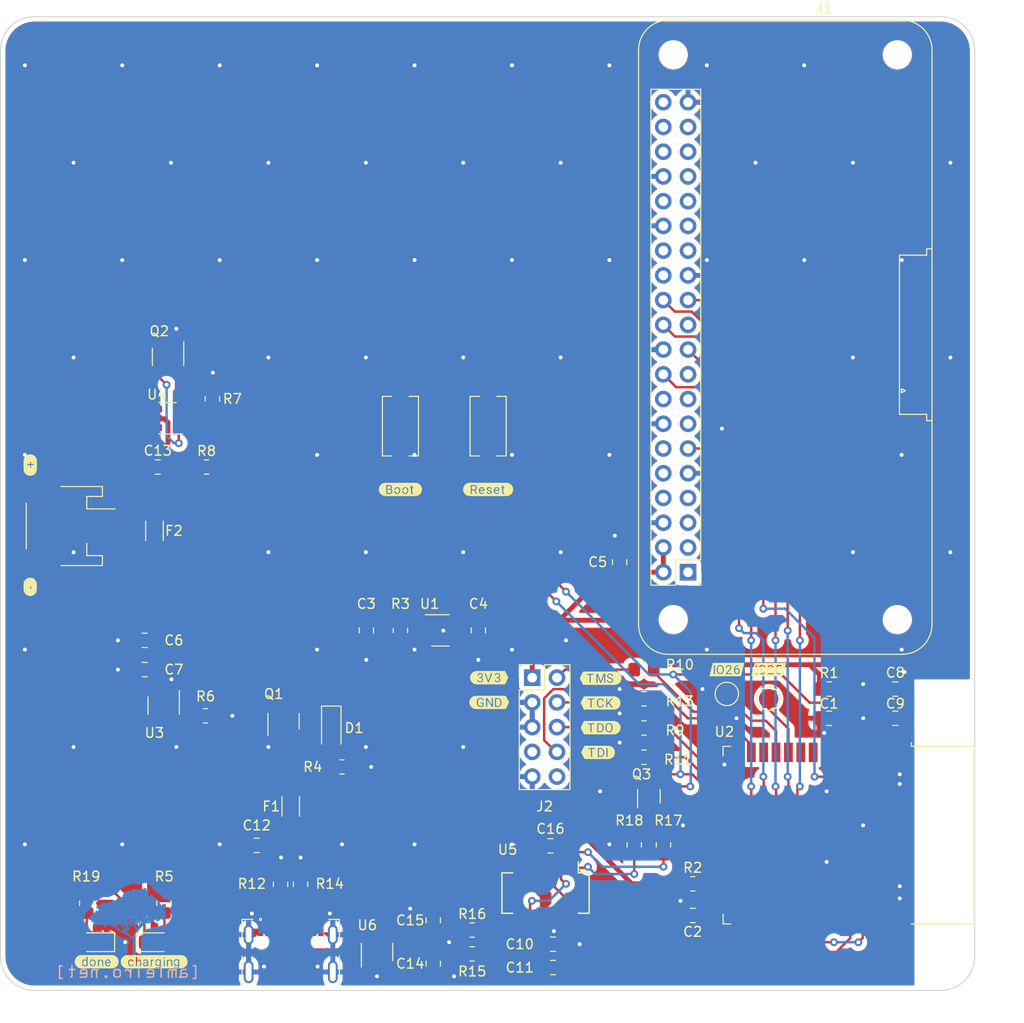
<source format=kicad_pcb>
(kicad_pcb (version 20210126) (generator pcbnew)
  (layers (0 "F.Cu" signal) (31 "B.Cu" signal) (34 "B.Paste" user) (35 "F.Paste" user) (36 "B.SilkS" user "B.Silkscreen") (37 "F.SilkS" user "F.Silkscreen") (38 "B.Mask" user) (39 "F.Mask" user) (44 "Edge.Cuts" user))
  (net 0 "")
  (net 1 "Net-(BT1-Pad2)")
  (net 2 "Net-(BT1-Pad1)")
  (net 3 "GND")
  (net 4 "ESP_EN")
  (net 5 "ESP_BOOT")
  (net 6 "VCC")
  (net 7 "+3V3")
  (net 8 "+BATT")
  (net 9 "+5V")
  (net 10 "Net-(C12-Pad1)")
  (net 11 "Net-(C13-Pad2)")
  (net 12 "/D-")
  (net 13 "/D+")
  (net 14 "Net-(C16-Pad1)")
  (net 15 "Net-(D2-Pad2)")
  (net 16 "Net-(D2-Pad1)")
  (net 17 "Net-(D3-Pad2)")
  (net 30 "EPD_CS")
  (net 31 "EPD_CLK")
  (net 32 "EPD_DC")
  (net 34 "EPD_DIN")
  (net 35 "EPD_BUSY")
  (net 41 "EPD_RST")
  (net 49 "Net-(J2-Pad8)")
  (net 51 "Net-(J2-Pad6)")
  (net 52 "Net-(J2-Pad4)")
  (net 53 "Net-(J2-Pad2)")
  (net 55 "Net-(J3-PadB5)")
  (net 57 "Net-(J3-PadA5)")
  (net 58 "Net-(Q2-Pad2)")
  (net 59 "Net-(Q2-Pad6)")
  (net 60 "Net-(Q2-Pad4)")
  (net 61 "Net-(Q3-Pad2)")
  (net 62 "Net-(Q3-Pad5)")
  (net 63 "RTS")
  (net 64 "DTR")
  (net 65 "Net-(R3-Pad2)")
  (net 66 "Net-(R6-Pad1)")
  (net 67 "Net-(R7-Pad2)")
  (net 68 "MTCK")
  (net 69 "MTMS")
  (net 70 "MTDO")
  (net 71 "MTDI")
  (net 72 "/USBD-")
  (net 73 "/USBD+")
  (net 74 "Net-(TP6-Pad1)")
  (net 75 "Net-(TP7-Pad1)")
  (net 82 "ESP_TX")
  (net 83 "ESP_RX")
  (footprint "Resistor_SMD:R_0805_2012Metric_Pad1.20x1.40mm_HandSolder" (layer "F.Cu") (at 165 137 -90)
    (fp_text reference "R18")
    (fp_text value "10kΩ")
  )
  (footprint "Package_TO_SOT_SMD:SOT-23-6" (layer "F.Cu") (at 138.6 148.002479 90)
    (fp_text reference "U6")
    (fp_text value "SRV05-4HTG-D")
  )
  (footprint "Amieiro:url_bsilks" (layer "F.Cu") (at 112.988912 150)
    (fp_text reference "Ref**" hide)
    (fp_text value "Val**" hide)
  )
  (footprint "buzzardLabel" (layer "F.Cu") (at 150.114 122.371005)
    (fp_text reference "")
    (fp_text value "")
  )
  (footprint "buzzardLabel" (layer "F.Cu") (at 103 98 -90)
    (fp_text reference "")
    (fp_text value "")
  )
  (footprint "buzzardLabel" (layer "F.Cu") (at 150 100.5)
    (fp_text reference "")
    (fp_text value "")
  )
  (footprint "Resistor_SMD:R_0805_2012Metric_Pad1.20x1.40mm_HandSolder" (layer "F.Cu") (at 121 123.75)
    (fp_text reference "R6")
    (fp_text value "2kΩ")
  )
  (footprint "buzzardLabel" (layer "F.Cu") (at 115.7275 149)
    (fp_text reference "")
    (fp_text value "")
  )
  (footprint "Resistor_SMD:R_0805_2012Metric_Pad1.20x1.40mm_HandSolder" (layer "F.Cu") (at 166 128)
    (fp_text reference "R11")
    (fp_text value "100Ω")
  )
  (footprint "buzzardLabel" (layer "F.Cu") (at 109.8225 149)
    (fp_text reference "")
    (fp_text value "")
  )
  (footprint "Resistor_SMD:R_0805_2012Metric_Pad1.20x1.40mm_HandSolder" (layer "F.Cu") (at 148.36875 148.2)
    (fp_text reference "R15")
    (fp_text value "27Ω")
  )
  (footprint "Resistor_SMD:R_0805_2012Metric_Pad1.20x1.40mm_HandSolder" (layer "F.Cu") (at 128.6925 141.054098 90)
    (fp_text reference "R12")
    (fp_text value "5.1kΩ")
  )
  (footprint "buzzardLabel" (layer "F.Cu") (at 161.544 124.968)
    (fp_text reference "")
    (fp_text value "")
  )
  (footprint "TestPoint:TestPoint_Pad_D2.0mm" (layer "F.Cu") (at 178.8 122)
    (fp_text reference "TP6" hide)
    (fp_text value "IO25")
  )
  (footprint "Resistor_SMD:R_0805_2012Metric_Pad1.20x1.40mm_HandSolder" (layer "F.Cu") (at 141 114.975 -90)
    (fp_text reference "R3")
    (fp_text value "10kΩ")
  )
  (footprint "Connector_PinHeader_2.54mm:PinHeader_2x05_P2.54mm_Vertical" (layer "F.Cu") (at 154.53 119.831005)
    (fp_text reference "J2")
    (fp_text value "Conn_ARM_JTAG_SWD_10")
  )
  (footprint "buzzardLabel" (layer "F.Cu") (at 174.5 119)
    (fp_text reference "")
    (fp_text value "")
  )
  (footprint "Generative_picture:SWITCH_TACTILE_CK_PTS636_SK43_SMTR_LFS" (layer "F.Cu") (at 141 94 90)
    (fp_text reference "SW2" hide)
    (fp_text value "SW_Push")
  )
  (footprint "TestPoint:TestPoint_Pad_D2.0mm" (layer "F.Cu") (at 174.5 121.5)
    (fp_text reference "TP7" hide)
    (fp_text value "IO26")
  )
  (footprint "Generative_picture:Fuse_Bourns_MF-NSHT" (layer "F.Cu") (at 129.74 133.054098 90)
    (fp_text reference "F1")
    (fp_text value "PTC 1A")
  )
  (footprint "Resistor_SMD:R_0805_2012Metric_Pad1.20x1.40mm_HandSolder" (layer "F.Cu") (at 185 121)
    (fp_text reference "R1")
    (fp_text value "10kΩ")
  )
  (footprint "Resistor_SMD:R_0805_2012Metric_Pad1.20x1.40mm_HandSolder" (layer "F.Cu") (at 130.75 141.054098 90)
    (fp_text reference "R14")
    (fp_text value "5.1kΩ")
  )
  (footprint "Capacitor_SMD:C_0805_2012Metric_Pad1.18x1.45mm_HandSolder" (layer "F.Cu") (at 156.6625 149.6)
    (fp_text reference "C11")
    (fp_text value "4.7µF")
  )
  (footprint "buzzardLabel" (layer "F.Cu") (at 161.544 122.428)
    (fp_text reference "")
    (fp_text value "")
  )
  (footprint "Package_TO_SOT_SMD:SOT-23-6" (layer "F.Cu") (at 117.15 86.875 -90)
    (fp_text reference "Q2")
    (fp_text value "DMG9926UDM")
  )
  (footprint "Capacitor_SMD:C_0805_2012Metric_Pad1.18x1.45mm_HandSolder" (layer "F.Cu") (at 163.5 107.9625 90)
    (fp_text reference "C5")
    (fp_text value "100nF")
  )
  (footprint "buzzardLabel" (layer "F.Cu") (at 150.114 119.831005)
    (fp_text reference "")
    (fp_text value "")
  )
  (footprint "Resistor_SMD:R_0805_2012Metric_Pad1.20x1.40mm_HandSolder" (layer "F.Cu") (at 108.8 143 -90)
    (fp_text reference "R19")
    (fp_text value "1kΩ")
  )
  (footprint "Capacitor_SMD:C_0805_2012Metric_Pad1.18x1.45mm_HandSolder" (layer "F.Cu") (at 185 124 180)
    (fp_text reference "C1")
    (fp_text value "1µF")
  )
  (footprint "buzzardLabel" (layer "F.Cu") (at 103 110.5 90)
    (fp_text reference "")
    (fp_text value "")
  )
  (footprint "Generative_picture:e-Paper_display_HAT" (layer "F.Cu") (at 170.5221 109 180)
    (fp_text reference "J1")
    (fp_text value "e_Paper_HAT")
  )
  (footprint "LED_SMD:LED_0805_2012Metric_Pad1.15x1.40mm_HandSolder" (layer "F.Cu") (at 109.8 147 180)
    (fp_text reference "D3" hide)
    (fp_text value "green")
  )
  (footprint "Capacitor_SMD:C_0805_2012Metric_Pad1.18x1.45mm_HandSolder" (layer "F.Cu") (at 126.25 137.054098 180)
    (fp_text reference "C12")
    (fp_text value "100nF")
  )
  (footprint "Connector_JST:JST_PH_S2B-PH-SM4-TB_1x02-1MP_P2.00mm_Horizontal" (layer "F.Cu") (at 107.1 104.26 -90)
    (fp_text reference "BT1" hide)
    (fp_text value "Battery_Cell")
  )
  (footprint "Capacitor_SMD:C_0805_2012Metric_Pad1.18x1.45mm_HandSolder" (layer "F.Cu") (at 156.6625 147.2)
    (fp_text reference "C10")
    (fp_text value "100nF")
  )
  (footprint "Package_TO_SOT_SMD:SOT-23-6" (layer "F.Cu") (at 117.1 93.2 180)
    (fp_text reference "U4")
    (fp_text value "AP9101CK6*")
  )
  (footprint "Capacitor_SMD:C_0805_2012Metric_Pad1.18x1.45mm_HandSolder" (layer "F.Cu") (at 114.75 116 180)
    (fp_text reference "C6")
    (fp_text value "10µF")
  )
  (footprint "Resistor_SMD:R_0805_2012Metric_Pad1.20x1.40mm_HandSolder" (layer "F.Cu") (at 135 129)
    (fp_text reference "R4")
    (fp_text value "10kΩ")
  )
  (footprint "Capacitor_SMD:C_0805_2012Metric_Pad1.18x1.45mm_HandSolder" (layer "F.Cu") (at 137.5 114.975 -90)
    (fp_text reference "C3")
    (fp_text value "10µF")
  )
  (footprint "Capacitor_SMD:C_0805_2012Metric_Pad1.18x1.45mm_HandSolder" (layer "F.Cu") (at 144.36875 149.2 -90)
    (fp_text reference "C14")
    (fp_text value "47pF")
  )
  (footprint "Generative_picture:SWITCH_TACTILE_CK_PTS636_SK43_SMTR_LFS" (layer "F.Cu") (at 150 94 90)
    (fp_text reference "SW1" hide)
    (fp_text value "SW_Push")
  )
  (footprint "Resistor_SMD:R_0805_2012Metric_Pad1.20x1.40mm_HandSolder" (layer "F.Cu") (at 166 119)
    (fp_text reference "R10")
    (fp_text value "100Ω")
  )
  (footprint "Resistor_SMD:R_0805_2012Metric_Pad1.20x1.40mm_HandSolder" (layer "F.Cu") (at 121.1 98.2)
    (fp_text reference "R8")
    (fp_text value "330Ω")
  )
  (footprint "Resistor_SMD:R_0805_2012Metric_Pad1.20x1.40mm_HandSolder" (layer "F.Cu") (at 166 125)
    (fp_text reference "R9")
    (fp_text value "100Ω")
  )
  (footprint "buzzardLabel" (layer "F.Cu") (at 141 100.5)
    (fp_text reference "")
    (fp_text value "")
  )
  (footprint "Capacitor_SMD:C_0805_2012Metric_Pad1.18x1.45mm_HandSolder" (layer "F.Cu") (at 191.8 121)
    (fp_text reference "C8")
    (fp_text value "100nF")
  )
  (footprint "Capacitor_SMD:C_0805_2012Metric_Pad1.18x1.45mm_HandSolder" (layer "F.Cu") (at 149 114.975 -90)
    (fp_text reference "C4")
    (fp_text value "10µF")
  )
  (footprint "buzzardLabel" (layer "F.Cu") (at 161.29 127.508)
    (fp_text reference "")
    (fp_text value "")
  )
  (footprint "Package_TO_SOT_SMD:SOT-23-5" (layer "F.Cu") (at 145.1 114.975)
    (fp_text reference "U1")
    (fp_text value "AP2112K-3.3")
  )
  (footprint "Resistor_SMD:R_0805_2012Metric_Pad1.20x1.40mm_HandSolder" (layer "F.Cu") (at 148.36875 145.75)
    (fp_text reference "R16")
    (fp_text value "27Ω")
  )
  (footprint "Resistor_SMD:R_0805_2012Metric_Pad1.20x1.40mm_HandSolder" (layer "F.Cu") (at 171 141)
    (fp_text reference "R2")
    (fp_text value "10kΩ")
  )
  (footprint "Capacitor_SMD:C_0805_2012Metric_Pad1.18x1.45mm_HandSolder" (layer "F.Cu") (at 116.1 98.2)
    (fp_text reference "C13")
    (fp_text value "100nF")
  )
  (footprint "Generative_picture:USB_C_Receptacle_JAE_DX07S016JA1" (layer "F.Cu") (at 129.74 148.214098)
    (fp_text reference "J3" hide)
    (fp_text value "USB_C_Receptacle_USB2.0")
  )
  (footprint "RF_Module:ESP32-WROOM-32" (layer "F.Cu") (at 184 135.999748 -90)
    (fp_text reference "U2")
    (fp_text value "ESP32-WROOM-32")
  )
  (footprint "Package_SO:SSOP-20_3.9x8.7mm_P0.635mm" (layer "F.Cu") (at 155.8925 141.95 -90)
    (fp_text reference "U5")
    (fp_text value "FT231XS")
  )
  (footprint "Generative_picture:Fuse_Bourns_MF-NSHT" (layer "F.Cu") (at 115.75 104.75 -90)
    (fp_text reference "F2")
    (fp_text value "PTC 1A")
  )
  (footprint "Resistor_SMD:R_0805_2012Metric_Pad1.20x1.40mm_HandSolder" (layer "F.Cu") (at 168 137 -90)
    (fp_text reference "R17")
    (fp_text value "10kΩ")
  )
  (footprint "Package_TO_SOT_SMD:SOT-363_SC-70-6" (layer "F.Cu") (at 166.5 132 90)
    (fp_text reference "Q3")
    (fp_text value "MBT3904DW1")
  )
  (footprint "Package_SO:TSOP-6_1.65x3.05mm_P0.95mm" (layer "F.Cu") (at 129 124.3 90)
    (fp_text reference "Q1")
    (fp_text value "PMN48XP")
  )
  (footprint "Resistor_SMD:R_0805_2012Metric_Pad1.20x1.40mm_HandSolder" (layer "F.Cu") (at 116.725 143 -90)
    (fp_text reference "R5")
    (fp_text value "1kΩ")
  )
  (footprint "Diode_SMD:D_SOD-123" (layer "F.Cu") (at 133.9 125 -90)
    (fp_text reference "D1")
    (fp_text value "MBR120")
  )
  (footprint "Amieiro:ipe_logo" (layer "F.Cu") (at 113 145)
    (fp_text reference "Ref**" hide)
    (fp_text value "Val**" hide)
  )
  (footprint "Capacitor_SMD:C_0805_2012Metric_Pad1.18x1.45mm_HandSolder" (layer "F.Cu") (at 144.36875 144.75 90)
    (fp_text reference "C15")
    (fp_text value "47pF")
  )
  (footprint "Capacitor_SMD:C_0805_2012Metric_Pad1.18x1.45mm_HandSolder" (layer "F.Cu") (at 156.4 137.1 180)
    (fp_text reference "C16")
    (fp_text value "100nF")
  )
  (footprint "Capacitor_SMD:C_0805_2012Metric_Pad1.18x1.45mm_HandSolder" (layer "F.Cu") (at 191.8 124)
    (fp_text reference "C9")
    (fp_text value "10µF")
  )
  (footprint "Capacitor_SMD:C_0805_2012Metric_Pad1.18x1.45mm_HandSolder" (layer "F.Cu") (at 114.75 119 180)
    (fp_text reference "C7")
    (fp_text value "100nF")
  )
  (footprint "buzzardLabel" (layer "F.Cu") (at 178.8 119)
    (fp_text reference "")
    (fp_text value "")
  )
  (footprint "Package_TO_SOT_SMD:SOT-23-5" (layer "F.Cu") (at 116.7 122.7 -90)
    (fp_text reference "U3")
    (fp_text value "MCP73831-2ACI-OT")
  )
  (footprint "Resistor_SMD:R_0805_2012Metric_Pad1.20x1.40mm_HandSolder" (layer "F.Cu") (at 166 122)
    (fp_text reference "R13")
    (fp_text value "100Ω")
  )
  (footprint "buzzardLabel" (layer "F.Cu") (at 161.544 119.888)
    (fp_text reference "")
    (fp_text value "")
  )
  (footprint "LED_SMD:LED_0805_2012Metric_Pad1.15x1.40mm_HandSolder" (layer "F.Cu") (at 115.75 147)
    (fp_text reference "D2" hide)
    (fp_text value "yellow")
  )
  (footprint "Capacitor_SMD:C_0805_2012Metric_Pad1.18x1.45mm_HandSolder" (layer "F.Cu") (at 171 144.25 180)
    (fp_text reference "C2")
    (fp_text value "100nF")
  )
  (footprint "Resistor_SMD:R_0805_2012Metric_Pad1.20x1.40mm_HandSolder" (layer "F.Cu") (at 121.7 91.2 -90)
    (fp_text reference "R7")
    (fp_text value "2.7kΩ")
  )
  (gr_arc (start 103.449748 148.449748) (end 99.949748 148.449748) (angle -90) (layer "Edge.Cuts") (width 0.1))
  (gr_arc (start 196.449748 55.449748) (end 199.949748 55.449748) (angle -90) (layer "Edge.Cuts") (width 0.1))
  (gr_line (start 99.949748 148.449748) (end 99.949748 55.449748) (layer "Edge.Cuts") (width 0.1))
  (gr_arc (start 196.449748 148.449748) (end 196.449748 151.949748) (angle -90) (layer "Edge.Cuts") (width 0.1))
  (gr_line (start 199.949748 55.449748) (end 199.949748 148.449748) (layer "Edge.Cuts") (width 0.1))
  (gr_line (start 103.449748 51.949748) (end 196.449748 51.949748) (layer "Edge.Cuts") (width 0.1))
  (gr_arc (start 103.449748 55.449748) (end 103.449748 51.949748) (angle -90) (layer "Edge.Cuts") (width 0.1))
  (gr_line (start 196.449748 151.949748) (end 103.449748 151.949748) (layer "Edge.Cuts") (width 0.1))
  (segment (start 115.0625 96.1875) (end 116 95.25) (width 0.5) (layer "F.Cu") (net 1))
  (segment (start 116 95.25) (end 116 94.15) (width 0.5) (layer "F.Cu") (net 1))
  (segment (start 115.0625 98.2) (end 115.0625 96.1875) (width 0.5) (layer "F.Cu") (net 1))
  (segment (start 115.74 103.26) (end 115.75 103.25) (width 0.5) (layer "F.Cu") (net 2))
  (segment (start 109.95 103.26) (end 115.74 103.26) (width 0.5) (layer "F.Cu") (net 2))
  (segment (start 121.7 88.55) (end 121.75 88.5) (width 0.5) (layer "F.Cu") (net 3))
  (segment (start 192.255 141.255) (end 192.255 144.499748) (width 0.5) (layer "F.Cu") (net 3))
  (segment (start 169.9625 142.9625) (end 169.75 142.75) (width 0.5) (layer "F.Cu") (net 3))
  (segment (start 183.9625 124.9625) (end 184.5 125.5) (width 0.5) (layer "F.Cu") (net 3))
  (segment (start 192.255 130.745) (end 192.255 127.499748) (width 0.5) (layer "F.Cu") (net 3))
  (segment (start 155.575 138.3125) (end 155.3625 138.1) (width 0.25) (layer "F.Cu") (net 3))
  (segment (start 184.755 134.999748) (end 184.755 138.745) (width 0.5) (layer "F.Cu") (net 3))
  (segment (start 157.7 147.2) (end 159.3925 147.2) (width 0.5) (layer "F.Cu") (net 3))
  (segment (start 188.499748 134.999748) (end 188.5 135) (width 0.5) (layer "F.Cu") (net 3))
  (segment (start 126.64 144.944098) (end 125.75 144.054098) (width 0.25) (layer "F.Cu") (net 3))
  (segment (start 139.949748 86.949748) (end 141 88) (width 0.5) (layer "F.Cu") (net 3))
  (segment (start 156.75 145.8625) (end 156.21 145.3225) (width 0.25) (layer "F.Cu") (net 3))
  (segment (start 141 88) (end 141 89.9) (width 0.5) (layer "F.Cu") (net 3))
  (segment (start 122.449748 136.949748) (end 125.10815 136.949748) (width 0.5) (layer "F.Cu") (net 3))
  (segment (start 128.6925 140.054098) (end 128.6925 138.361598) (width 0.5) (layer "F.Cu") (net 3))
  (segment (start 131.14 150.051598) (end 131.948402 150.051598) (width 0.5) (layer "F.Cu") (net 3))
  (segment (start 163.5 106.925) (end 163.5 105.75) (width 0.5) (layer "F.Cu") (net 3))
  (segment (start 156.21 145.3225) (end 156.21 144.55) (width 0.25) (layer "F.Cu") (net 3))
  (segment (start 184.755 138.745) (end 184.75 138.75) (width 0.5) (layer "F.Cu") (net 3))
  (segment (start 150 89.9) (end 150 88) (width 0.5) (layer "F.Cu") (net 3))
  (segment (start 155.575 139.35) (end 155.575 138.3125) (width 0.25) (layer "F.Cu") (net 3))
  (segment (start 174.745 130.284748) (end 174.745 129.245) (width 0.5) (layer "F.Cu") (net 3))
  (segment (start 127.551598 150.051598) (end 127 149.5) (width 0.5) (layer "F.Cu") (net 3))
  (segment (start 144.36875 150.2375) (end 146.24375 150.2375) (width 0.5) (layer "F.Cu") (net 3))
  (segment (start 169.9625 144.25) (end 169.9625 142.9625) (width 0.5) (layer "F.Cu") (net 3))
  (segment (start 137.449748 86.949748) (end 139.949748 86.949748) (width 0.5) (layer "F.Cu") (net 3))
  (segment (start 118.1 85.775) (end 118.1 84.1) (width 0.5) (layer "F.Cu") (net 3))
  (segment (start 144.36875 143.7125) (end 142.16875 143.7125) (width 0.5) (layer "F.Cu") (net 3))
  (segment (start 110.825 147) (end 112.75 147) (width 0.5) (layer "F.Cu") (net 3))
  (segment (start 131.948402 150.051598) (end 132.5 149.5) (width 0.5) (layer "F.Cu") (net 3))
  (segment (start 145.4 115) (end 145.375 114.975) (width 0.5) (layer "F.Cu") (net 3))
  (segment (start 136 129) (end 138 129) (width 0.5) (layer "F.Cu") (net 3))
  (segment (start 138.6 149.102479) (end 138.6 150.5) (width 0.5) (layer "F.Cu") (net 3))
  (segment (start 149 116.0125) (end 149 118) (width 0.5) (layer "F.Cu") (net 3))
  (segment (start 192.75 119.25) (end 192.8375 119.3375) (width 0.5) (layer "F.Cu") (net 3))
  (segment (start 116.7 120.8) (end 117.5 120) (width 0.5) (layer "F.Cu") (net 3))
  (segment (start 132.84 144.964098) (end 133.75 144.054098) (width 0.25) (layer "F.Cu") (net 3))
  (segment (start 121.7 90.2) (end 121.7 88.55) (width 0.5) (layer "F.Cu") (net 3))
  (segment (start 130.75 140.054098) (end 130.75 138.304098) (width 0.5) (layer "F.Cu") (net 3))
  (segment (start 128.34 150.051598) (end 127.551598 150.051598) (width 0.5) (layer "F.Cu") (net 3))
  (segment (start 142.16875 143.7125) (end 142.00625 143.55) (width 0.5) (layer "F.Cu") (net 3))
  (segment (start 192.25 141.25) (end 192.255 141.255) (width 0.5) (layer "F.Cu") (net 3))
  (segment (start 174.745 129.245) (end 174.25 128.75) (width 0.5) (layer "F.Cu") (net 3))
  (segment (start 184.755 131.505) (end 184.75 131.5) (width 0.5) (layer "F.Cu") (net 3))
  (segment (start 128.6925 138.361598) (end 128.75 138.304098) (width 0.5) (layer "F.Cu") (net 3))
  (segment (start 192.25 130.75) (end 192.255 130.745) (width 0.5) (layer "F.Cu") (net 3))
  (segment (start 132.84 145.851598) (end 132.84 144.964098) (width 0.25) (layer "F.Cu") (net 3))
  (segment (start 113.7125 119) (end 112 119) (width 0.5) (layer "F.Cu") (net 3))
  (segment (start 122 123.75) (end 123.75 123.75) (width 0.5) (layer "F.Cu") (net 3))
  (segment (start 126.64 145.851598) (end 126.64 144.944098) (width 0.25) (layer "F.Cu") (net 3))
  (segment (start 116.7 121.6) (end 116.7 120.8) (width 0.5) (layer "F.Cu") (net 3))
  (segment (start 192.8375 124) (end 192.8375 121) (width 0.5) (layer "F.Cu") (net 3))
  (segment (start 150 88) (end 148.949748 86.949748) (width 0.5) (layer "F.Cu") (net 3))
  (segment (start 183.9625 124) (end 183.9625 124.9625) (width 0.5) (layer "F.Cu") (net 3))
  (segment (start 184.755 134.999748) (end 188.499748 134.999748) (width 0.5) (layer "F.Cu") (net 3))
  (segment (start 118.1 84.1) (end 118 84) (width 0.5) (layer "F.Cu") (net 3))
  (segment (start 146.24375 150.2375) (end 146.50625 150.5) (width 0.5) (layer "F.Cu") (net 3))
  (segment (start 145.375 114.975) (end 144 114.975) (width 0.5) (layer "F.Cu") (net 3))
  (segment (start 137.5 118) (end 137.5 116.0125) (width 0.5) (layer "F.Cu") (net 3))
  (segment (start 125.10815 136.949748) (end 125.2125 137.054098) (width 0.5) (layer "F.Cu") (net 3))
  (segment (start 148.949748 86.949748) (end 147.449748 86.949748) (width 0.5) (layer "F.Cu") (net 3))
  (segment (start 163.5 105.75) (end 163 105.25) (width 0.5) (layer "F.Cu") (net 3))
  (segment (start 155.3625 138.1) (end 155.3625 137.1) (width 0.25) (layer "F.Cu") (net 3))
  (segment (start 192.8375 119.3375) (end 192.8375 121) (width 0.5) (layer "F.Cu") (net 3))
  (segment (start 184.755 134.999748) (end 184.755 131.505) (width 0.5) (layer "F.Cu") (net 3))
  (segment (start 113.7125 116) (end 112 116) (width 0.5) (layer "F.Cu") (net 3))
  (via (at 163 105.25) (size 0.8) (drill 0.4) (layers "F.Cu" "B.Cu") (net 3))
  (via (at 156.75 145.8625) (size 0.8) (drill 0.4) (layers "F.Cu" "B.Cu") (net 3))
  (via (at 162.449748 96.949748) (size 0.8) (drill 0.4) (layers "F.Cu" "B.Cu") (net 3))
  (via (at 117.5 120) (size 0.8) (drill 0.4) (layers "F.Cu" "B.Cu") (net 3))
  (via (at 184.5 125.5) (size 0.8) (drill 0.4) (layers "F.Cu" "B.Cu") (net 3))
  (via (at 112.449748 56.949748) (size 0.8) (drill 0.4) (layers "F.Cu" "B.Cu") (net 3))
  (via (at 162.449748 56.949748) (size 0.8) (drill 0.4) (layers "F.Cu" "B.Cu") (net 3))
  (via (at 197.449748 106.949748) (size 0.8) (drill 0.4) (layers "F.Cu" "B.Cu") (net 3))
  (via (at 112.449748 76.949748) (size 0.8) (drill 0.4) (layers "F.Cu" "B.Cu") (net 3))
  (via (at 132.449748 116.949748) (size 0.8) (drill 0.4) (layers "F.Cu" "B.Cu") (net 3))
  (via (at 127.449748 106.949748) (size 0.8) (drill 0.4) (layers "F.Cu" "B.Cu") (net 3))
  (via (at 118 84) (size 0.8) (drill 0.4) (layers "F.Cu" "B.Cu") (net 3))
  (via (at 163.5 121) (size 0.8) (drill 0.4) (layers "F.Cu" "B.Cu") (net 3))
  (via (at 188.5 120.5) (size 0.8) (drill 0.4) (layers "F.Cu" "B.Cu") (net 3))
  (via (at 172.449748 116.949748) (size 0.8) (drill 0.4) (layers "F.Cu" "B.Cu") (net 3))
  (via (at 112 116) (size 0.8) (drill 0.4) (layers "F.Cu" "B.Cu") (net 3))
  (via (at 137.449748 106.949748) (size 0.8) (drill 0.4) (layers "F.Cu" "B.Cu") (net 3))
  (via (at 187.449748 106.949748) (size 0.8) (drill 0.4) (layers "F.Cu" "B.Cu") (net 3))
  (via (at 163.5 126.5) (size 0.8) (drill 0.4) (layers "F.Cu" "B.Cu") (net 3))
  (via (at 145.4 115) (size 0.8) (drill 0.4) (layers "F.Cu" "B.Cu") (net 3))
  (via (at 172.449748 56.949748) (size 0.8) (drill 0.4) (layers "F.Cu" "B.Cu") (net 3))
  (via (at 157.449748 66.949748) (size 0.8) (drill 0.4) (layers "F.Cu" "B.Cu") (net 3))
  (via (at 137.5 118) (size 0.8) (drill 0.4) (layers "F.Cu" "B.Cu") (net 3))
  (via (at 161.5 131.5) (size 0.8) (drill 0.4) (layers "F.Cu" "B.Cu") (net 3))
  (via (at 177.449748 66.949748) (size 0.8) (drill 0.4) (layers "F.Cu" "B.Cu") (net 3))
  (via (at 130.75 138.304098) (size 0.8) (drill 0.4) (layers "F.Cu" "B.Cu") (net 3))
  (via (at 157.449748 106.949748) (size 0.8) (drill 0.4) (layers "F.Cu" "B.Cu") (net 3))
  (via (at 152.449748 136.949748) (size 0.8) (drill 0.4) (layers "F.Cu" "B.Cu") (net 3))
  (via (at 128.75 138.304098) (size 0.8) (drill 0.4) (layers "F.Cu" "B.Cu") (net 3))
  (via (at 162.449748 76.949748) (size 0.8) (drill 0.4) (layers "F.Cu" "B.Cu") (net 3))
  (via (at 152.449748 56.949748) (size 0.8) (drill 0.4) (layers "F.Cu" "B.Cu") (net 3))
  (via (at 132.5 149.5) (size 0.8) (drill 0.4) (layers "F.Cu" "B.Cu") (net 3))
  (via (at 107.449748 106.949748) (size 0.8) (drill 0.4) (layers "F.Cu" "B.Cu") (net 3))
  (via (at 107.449748 126.949748) (size 0.8) (drill 0.4) (layers "F.Cu" "B.Cu") (net 3))
  (via (at 127 149.5) (size 0.8) (drill 0.4) (layers "F.Cu" "B.Cu") (net 3))
  (via (at 127.449748 66.949748) (size 0.8) (drill 0.4) (layers "F.Cu" "B.Cu") (net 3))
  (via (at 163.5 123.5) (size 0.8) (drill 0.4) (layers "F.Cu" "B.Cu") (net 3))
  (via (at 133.75 144.054098) (size 0.8) (drill 0.4) (layers "F.Cu" "B.Cu") (net 3))
  (via (at 132.449748 56.949748) (size 0.8) (drill 0.4) (layers "F.Cu" "B.Cu") (net 3))
  (via (at 132.449748 76.949748) (size 0.8) (drill 0.4) (layers "F.Cu" "B.Cu") (net 3))
  (via (at 127.449748 86.949748) (size 0.8) (drill 0.4) (layers "F.Cu" "B.Cu") (net 3))
  (via (at 187.449748 86.949748) (size 0.8) (drill 0.4) (layers "F.Cu" "B.Cu") (net 3))
  (via (at 122.449748 76.949748) (size 0.8) (drill 0.4) (layers "F.Cu" "B.Cu") (net 3))
  (via (at 142.449748 96.949748) (size 0.8) (drill 0.4) (layers "F.Cu" "B.Cu") (net 3))
  (via (at 174 94.25) (size 0.8) (drill 0.4) (layers "F.Cu" "B.Cu") (net 3))
  (via (at 192.75 119.25) (size 0.8) (drill 0.4) (layers "F.Cu" "B.Cu") (net 3))
  (via (at 118 126.949748) (size 0.8) (drill 0.4) (layers "F.Cu" "B.Cu") (net 3))
  (via (at 147.449748 86.949748) (size 0.8) (drill 0.4) (layers "F.Cu" "B.Cu") (net 3))
  (via (at 121.75 88.5) (size 0.8) (drill 0.4) (layers "F.Cu" "B.Cu") (net 3))
  (via (at 184.75 131.5) (size 0.8) (drill 0.4) (layers "F.Cu" "B.Cu") (net 3))
  (via (at 142.449748 76.949748) (size 0.8) (drill 0.4) (layers "F.Cu" "B.Cu") (net 3))
  (via (at 102.449748 56.949748) (size 0.8) (drill 0.4) (layers "F.Cu" "B.Cu") (net 3))
  (via (at 149 118) (size 0.8) (drill 0.4) (layers "F.Cu" "B.Cu") (net 3))
  (via (at 175.5 124) (size 0.8) (drill 0.4) (layers "F.Cu" "B.Cu") (net 3))
  (via (at 138.6 150.5) (size 0.8) (drill 0.4) (layers "F.Cu" "B.Cu") (net 3))
  (via (at 192.449748 116.949748) (size 0.8) (drill 0.4) (layers "F.Cu" "B.Cu") (net 3))
  (via (at 158 116) (size 0.8) (drill 0.4) (layers "F.Cu" "B.Cu") (net 3))
  (via (at 122.449748 56.949748) (size 0.8) (drill 0.4) (layers "F.Cu" "B.Cu") (net 3))
  (via (at 192.25 130.75) (size 0.8) (drill 0.4) (layers "F.Cu" "B.Cu") (net 3))
  (via (at 192.449748 96.949748) (size 0.8) (drill 0.4) (layers "F.Cu" "B.Cu") (net 3))
  (via (at 170 135) (size 0.8) (drill 0.4) (layers "F.Cu" "B.Cu") (net 3))
  (via (at 152.449748 96.949748) (size 0.8) (drill 0.4) (layers "F.Cu" "B.Cu") (net 3))
  (via (at 135 136.949748) (size 0.8) (drill 0.4) (layers "F.Cu" "B.Cu") (net 3))
  (via (at 123.75 123.75) (size 0.8) (drill 0.4) (layers "F.Cu" "B.Cu") (net 3))
  (via (at 147.449748 66.949748) (size 0.8) (drill 0.4) (layers "F.Cu" "B.Cu") (net 3))
  (via (at 172.449748 76.949748) (size 0.8) (drill 0.4) (layers "F.Cu" "B.Cu") (net 3))
  (via (at 142.449748 56.949748) (size 0.8) (drill 0.4) (layers "F.Cu" "B.Cu") (net 3))
  (via (at 127.449748 126.949748) (size 0.8) (drill 0.4) (layers "F.Cu" "B.Cu") (net 3))
  (via (at 146.50625 150.5) (size 0.8) (drill 0.4) (layers "F.Cu" "B.Cu") (net 3))
  (via (at 182.449748 56.949748) (size 0.8) (drill 0.4) (layers "F.Cu" "B.Cu") (net 3))
  (via (at 192.449748 76.949748) (size 0.8) (drill 0.4) (layers "F.Cu" "B.Cu") (net 3))
  (via (at 102.449748 76.949748) (size 0.8) (drill 0.4) (layers "F.Cu" "B.Cu") (net 3))
  (via (at 142.449748 136.949748) (size 0.8) (drill 0.4) (layers "F.Cu" "B.Cu") (net 3))
  (via (at 172 121) (size 0.8) (drill 0.4) (layers "F.Cu" "B.Cu") (net 3))
  (via (at 112.449748 136.949748) (size 0.8) (drill 0.4) (layers "F.Cu" "B.Cu") (net 3))
  (via (at 159.3925 147.2) (size 0.8) (drill 0.4) (layers "F.Cu" "B.Cu") (net 3))
  (via (at 112.75 147) (size 0.8) (drill 0.4) (layers "F.Cu" "B.Cu") (net 3))
  (via (at 182.449748 76.949748) (size 0.8) (drill 0.4) (layers "F.Cu" "B.Cu") (net 3))
  (via (at 102.449748 136.949748) (size 0.8) (drill 0.4) (layers "F.Cu" "B.Cu") (net 3))
  (via (at 137.449748 86.949748) (size 0.8) (drill 0.4) (layers "F.Cu" "B.Cu") (net 3))
  (via (at 138 129) (size 0.8) (drill 0.4) (layers "F.Cu" "B.Cu") (net 3))
  (via (at 137.449748 126.949748) (size 0.8) (drill 0.4) (layers "F.Cu" "B.Cu") (net 3))
  (via (at 132.449748 96.949748) (size 0.8) (drill 0.4) (layers "F.Cu" "B.Cu") (net 3))
  (via (at 102.449748 96.949748) (size 0.8) (drill 0.4) (layers "F.Cu" "B.Cu") (net 3))
  (via (at 146 147) (size 0.8) (drill 0.4) (layers "F.Cu" "B.Cu") (net 3))
  (via (at 102.449748 116.949748) (size 0.8) (drill 0.4) (layers "F.Cu" "B.Cu") (net 3))
  (via (at 142.00625 143.55) (size 0.8) (drill 0.4) (layers "F.Cu" "B.Cu") (net 3))
  (via (at 142.449748 116.949748) (size 0.8) (drill 0.4) (layers "F.Cu" "B.Cu") (net 3))
  (via (at 197.449748 86.949748) (size 0.8) (drill 0.4) (layers "F.Cu" "B.Cu") (net 3))
  (via (at 197.449748 66.949748) (size 0.8) (drill 0.4) (layers "F.Cu" "B.Cu") (net 3))
  (via (at 122.449748 136.949748) (size 0.8) (drill 0.4) (layers "F.Cu" "B.Cu") (net 3))
  (via (at 107.449748 86.949748) (size 0.8) (drill 0.4) (layers "F.Cu" "B.Cu") (net 3))
  (via (at 112 119) (size 0.8) (drill 0.4) (layers "F.Cu" "B.Cu") (net 3))
  (via (at 192.25 142.5) (size 0.8) (drill 0.4) (layers "F.Cu" "B.Cu") (net 3))
  (via (at 147.449748 126.949748) (size 0.8) (drill 0.4) (layers "F.Cu" "B.Cu") (net 3))
  (via (at 174.25 128.75) (size 0.8) (drill 0.4) (layers "F.Cu" "B.Cu") (net 3))
  (via (at 187.449748 66.949748) (size 0.8) (drill 0.4) (layers "F.Cu" "B.Cu") (net 3))
  (via (at 152.449748 116.949748) (size 0.8) (drill 0.4) (layers "F.Cu" "B.Cu") (net 3))
  (via (at 192.25 141.25) (size 0.8) (drill 0.4) (layers "F.Cu" "B.Cu") (net 3))
  (via (at 137.449748 66.949748) (size 0.8) (drill 0.4) (layers "F.Cu" "B.Cu") (net 3))
  (via (at 188.5 135) (size 0.8) (drill 0.4) (layers "F.Cu" "B.Cu") (net 3))
  (via (at 152.449748 76.949748) (size 0.8) (drill 0.4) (layers "F.Cu" "B.Cu") (net 3))
  (via (at 117.449748 66.949748) (size 0.8) (drill 0.4) (layers "F.Cu" "B.Cu") (net 3))
  (via (at 192.25 129.75) (size 0.8) (drill 0.4) (layers "F.Cu" "B.Cu") (net 3))
  (via (at 157.449748 86.949748) (size 0.8) (drill 0.4) (layers "F.Cu" "B.Cu") (net 3))
  (via (at 125.75 144.054098) (size 0.8) (drill 0.4) (layers "F.Cu" "B.Cu") (net 3))
  (via (at 147.449748 106.949748) (size 0.8) (drill 0.4) (layers "F.Cu" "B.Cu") (net 3))
  (via (at 162.449748 136.949748) (size 0.8) (drill 0.4) (layers "F.Cu" "B.Cu") (net 3))
  (via (at 188.5 124) (size 0.8) (drill 0.4) (layers "F.Cu" "B.Cu") (net 3))
  (via (at 184.75 138.75) (size 0.8) (drill 0.4) (layers "F.Cu" "B.Cu") (net 3))
  (via (at 169.75 142.75) (size 0.8) (drill 0.4) (layers "F.Cu" "B.Cu") (net 3))
  (via (at 107.449748 66.949748) (size 0.8) (drill 0.4) (layers "F.Cu" "B.Cu") (net 3))
  (segment (start 186 122.4) (end 186 123.9625) (width 0.25) (layer "F.Cu") (net 4))
  (segment (start 167.2 131) (end 167.15 131.05) (width 0.25) (layer "F.Cu") (net 4))
  (segment (start 150 98.1) (end 150 103) (width 0.25) (layer "F.Cu") (net 4))
  (segment (start 189.715 125.915) (end 189.715 127.499748) (width 0.25) (layer "F.Cu") (net 4))
  (segment (start 183 122.4) (end 186 122.4) (width 0.25) (layer "F.Cu") (net 4))
  (segment (start 180.1 119.5) (end 183 122.4) (width 0.25) (layer "F.Cu") (net 4))
  (segment (start 186 122.4) (end 186 121) (width 0.25) (layer "F.Cu") (net 4))
  (segment (start 186.0375 125.0375) (end 186.6 125.6) (width 0.25) (layer "F.Cu") (net 4))
  (segment (start 186.6 125.6) (end 189.4 125.6) (width 0.25) (layer "F.Cu") (net 4))
  (segment (start 186.0375 124) (end 186.0375 125.0375) (width 0.25) (layer "F.Cu") (net 4))
  (segment (start 169 119.5) (end 180.1 119.5) (width 0.25) (layer "F.Cu") (net 4))
  (segment (start 170.75 131) (end 167.2 131) (width 0.25) (layer "F.Cu") (net 4))
  (segment (start 189.4 125.6) (end 189.715 125.915) (width 0.25) (layer "F.Cu") (net 4))
  (segment (start 150 103) (end 158 111) (width 0.25) (layer "F.Cu") (net 4))
  (segment (start 186 123.9625) (end 186.0375 124) (width 0.25) (layer "F.Cu") (net 4))
  (via (at 170.75 131) (size 0.8) (drill 0.4) (layers "F.Cu" "B.Cu") (net 4))
  (via (at 169 119.5) (size 0.8) (drill 0.4) (layers "F.Cu" "B.Cu") (net 4))
  (via (at 158 111) (size 0.8) (drill 0.4) (layers "F.Cu" "B.Cu") (net 4))
  (segment (start 166.5 119.5) (end 158 111) (width 0.25) (layer "B.Cu") (net 4))
  (segment (start 170.8 121.3) (end 170.8 130.95) (width 0.25) (layer "B.Cu") (net 4))
  (segment (start 169 119.5) (end 166.5 119.5) (width 0.25) (layer "B.Cu") (net 4))
  (segment (start 170.8 130.95) (end 170.75 131) (width 0.25) (layer "B.Cu") (net 4))
  (segment (start 169 119.5) (end 170.8 121.3) (width 0.25) (layer "B.Cu") (net 4))
  (segment (start 157 112) (end 143.1 98.1) (width 0.25) (layer "F.Cu") (net 5))
  (segment (start 170.95 129.75) (end 171 129.8) (width 0.25) (layer "F.Cu") (net 5))
  (segment (start 143.1 98.1) (end 142.1 98.1) (width 0.25) (layer "F.Cu") (net 5))
  (segment (start 170.95 129.75) (end 172 130.8) (width 0.25) (layer "F.Cu") (net 5))
  (segment (start 165.85 131.05) (end 165.85 130.35) (width 0.25) (layer "F.Cu") (net 5))
  (segment (start 172.0375 144.25) (end 175.495252 144.25) (width 0.25) (layer "F.Cu") (net 5))
  (segment (start 169.75 129.75) (end 170.95 129.75) (width 0.25) (layer "F.Cu") (net 5))
  (segment (start 175.495252 144.25) (end 175.745 144.499748) (width 0.25) (layer "F.Cu") (net 5))
  (segment (start 172 144.2125) (end 172.0375 144.25) (width 0.25) (layer "F.Cu") (net 5))
  (segment (start 165.85 130.35) (end 166.45 129.75) (width 0.25) (layer "F.Cu") (net 5))
  (segment (start 142.1 98.1) (end 141 98.1) (width 0.25) (layer "F.Cu") (net 5))
  (segment (start 172 130.8) (end 172 141) (width 0.25) (layer "F.Cu") (net 5))
  (segment (start 166.45 129.75) (end 169.75 129.75) (width 0.25) (layer "F.Cu") (net 5))
  (segment (start 172 141) (end 172 144.2125) (width 0.25) (layer "F.Cu") (net 5))
  (via (at 157 112) (size 0.8) (drill 0.4) (layers "F.Cu" "B.Cu") (net 5))
  (via (at 169.75 129.75) (size 0.8) (drill 0.4) (layers "F.Cu" "B.Cu") (net 5))
  (segment (start 168 120.5) (end 165.5 120.5) (width 0.25) (layer "B.Cu") (net 5))
  (segment (start 169.75 128.75) (end 169.75 122.25) (width 0.25) (layer "B.Cu") (net 5))
  (segment (start 165.5 120.5) (end 157 112) (width 0.25) (layer "B.Cu") (net 5))
  (segment (start 169.75 128.75) (end 169.75 129.75) (width 0.25) (layer "B.Cu") (net 5))
  (segment (start 169.75 122.25) (end 168 120.5) (width 0.25) (layer "B.Cu") (net 5))
  (segment (start 136.0625 113.9375) (end 133.7625 116.2375) (width 0.5) (layer "F.Cu") (net 6))
  (segment (start 141 113.975) (end 143.95 113.975) (width 0.5) (layer "F.Cu") (net 6))
  (segment (start 133.85 123.3) (end 133.9 123.35) (width 0.5) (layer "F.Cu") (net 6))
  (segment (start 133.7625 116.2375) (end 133.7625 118.2375) (width 0.5) (layer "F.Cu") (net 6))
  (segment (start 129.95 123.14) (end 130.11 123.3) (width 0.5) (layer "F.Cu") (net 6))
  (segment (start 137.5 113.9375) (end 136.0625 113.9375) (width 0.5) (layer "F.Cu") (net 6))
  (segment (start 143.95 113.975) (end 144 114.025) (width 0.5) (layer "F.Cu") (net 6))
  (segment (start 130.11 123.3) (end 133.85 123.3) (width 0.5) (layer "F.Cu") (net 6))
  (segment (start 133.9 123.35) (end 133.7625 123.2125) (width 0.5) (layer "F.Cu") (net 6))
  (segment (start 133.7625 118.2375) (end 133.7625 118.05) (width 0.5) (layer "F.Cu") (net 6))
  (segment (start 133.7625 123.2125) (end 133.7625 118.2375) (width 0.5) (layer "F.Cu") (net 6))
  (segment (start 137.5 113.9375) (end 140.9625 113.9375) (width 0.5) (layer "F.Cu") (net 6))
  (segment (start 140.9625 113.9375) (end 141 113.975) (width 0.5) (layer "F.Cu") (net 6))
  (segment (start 149.9375 113.9375) (end 151.4375 113.9375) (width 0.5) (layer "F.Cu") (net 7))
  (segment (start 190.7625 127.277248) (end 190.985 127.499748) (width 0.5) (layer "F.Cu") (net 7))
  (segment (start 162.25 109) (end 163.5 109) (width 0.5) (layer "F.Cu") (net 7))
  (segment (start 164.75 141) (end 157.75 134) (width 0.5) (layer "F.Cu") (net 7))
  (segment (start 157.1875 113.9375) (end 157.9375 113.9375) (width 0.5) (layer "F.Cu") (net 7))
  (segment (start 151.5 115) (end 150.4375 113.9375) (width 0.5) (layer "F.Cu") (net 7))
  (segment (start 190.7625 121) (end 190.7625 124) (width 0.5) (layer "F.Cu") (net 7))
  (segment (start 190.7625 119.7625) (end 190.7625 121) (width 0.5) (layer "F.Cu") (net 7))
  (segment (start 148.9125 114.025) (end 149 113.9375) (width 0.5) (layer "F.Cu") (net 7))
  (segment (start 163.5 109) (end 167.9821 109) (width 0.5) (layer "F.Cu") (net 7))
  (segment (start 151.4375 113.9375) (end 152.9375 113.9375) (width 0.5) (layer "F.Cu") (net 7))
  (segment (start 154 134) (end 151.5 131.5) (width 0.5) (layer "F.Cu") (net 7))
  (segment (start 183 118.5) (end 189.5 118.5) (width 0.5) (layer "F.Cu") (net 7))
  (segment (start 151.5 131.5) (end 151.5 115) (width 0.5) (layer "F.Cu") (net 7))
  (segment (start 146.2 114.025) (end 148.9125 114.025) (width 0.5) (layer "F.Cu") (net 7))
  (segment (start 154.53 115.53) (end 154.53 119.831005) (width 0.5) (layer "F.Cu") (net 7))
  (segment (start 157.1875 113.9375) (end 157.3125 113.9375) (width 0.5) (layer "F.Cu") (net 7))
  (segment (start 157.3125 113.9375) (end 162.25 109) (width 0.5) (layer "F.Cu") (net 7))
  (segment (start 150.4375 113.9375) (end 149.9375 113.9375) (width 0.5) (layer "F.Cu") (net 7))
  (segment (start 164.4375 113.9375) (end 169 118.5) (width 0.5) (layer "F.Cu") (net 7))
  (segment (start 184 121) (end 184 119.5) (width 0.5) (layer "F.Cu") (net 7))
  (segment (start 149 113.9375) (end 149.9375 113.9375) (width 0.5) (layer "F.Cu") (net 7))
  (segment (start 167.9821 109) (end 167.9821 106.46) (width 0.5) (layer "F.Cu") (net 7))
  (segment (start 157.9375 113.9375) (end 164.4375 113.9375) (width 0.5) (layer "F.Cu") (net 7))
  (segment (start 170 141) (end 164.75 141) (width 0.5) (layer "F.Cu") (net 7))
  (segment (start 190.7625 124) (end 190.7625 127.277248) (width 0.5) (layer "F.Cu") (net 7))
  (segment (start 157.75 134) (end 154 134) (width 0.5) (layer "F.Cu") (net 7))
  (segment (start 189.5 118.5) (end 190.7625 119.7625) (width 0.5) (layer "F.Cu") (net 7))
  (segment (start 152.9375 113.9375) (end 154.53 115.53) (width 0.5) (layer "F.Cu") (net 7))
  (segment (start 151.4375 113.9375) (end 157.1875 113.9375) (width 0.5) (layer "F.Cu") (net 7))
  (segment (start 169 118.5) (end 183 118.5) (width 0.5) (layer "F.Cu") (net 7))
  (segment (start 184 119.5) (end 183 118.5) (width 0.5) (layer "F.Cu") (net 7))
  (segment (start 115.7875 106.2875) (end 115.7875 116) (width 0.5) (layer "F.Cu") (net 8))
  (segment (start 115.75 106.25) (end 118.5 106.25) (width 0.5) (layer "F.Cu") (net 8))
  (segment (start 128.05 119.55) (end 128.05 123.55) (width 0.5) (layer "F.Cu") (net 8))
  (segment (start 118.5 106.25) (end 122.1 102.65) (width 0.5) (layer "F.Cu") (net 8))
  (segment (start 129 125.46) (end 129 123.14) (width 0.5) (layer "F.Cu") (net 8))
  (segment (start 115.75 106.25) (end 115.7875 106.2875) (width 0.5) (layer "F.Cu") (net 8))
  (segment (start 128.05 125.46) (end 129 125.46) (width 0.5) (layer "F.Cu") (net 8))
  (segment (start 115.75 121.6) (end 115.75 119.0375) (width 0.5) (layer "F.Cu") (net 8))
  (segment (start 115.7875 119) (end 115.7875 116) (width 0.5) (layer "F.Cu") (net 8))
  (segment (start 124.5 116) (end 128.05 119.55) (width 0.5) (layer "F.Cu") (net 8))
  (segment (start 115.7875 116) (end 124.5 116) (width 0.5) (layer "F.Cu") (net 8))
  (segment (start 122.1 102.65) (end 122.1 98.2) (width 0.5) (layer "F.Cu") (net 8))
  (segment (start 115.75 119.0375) (end 115.7875 119) (width 0.5) (layer "F.Cu") (net 8))
  (segment (start 129 123.14) (end 128.05 123.14) (width 0.5) (layer "F.Cu") (net 8))
  (segment (start 128.05 123.55) (end 128.05 125.46) (width 0.5) (layer "F.Cu") (net 8))
  (segment (start 128.05 123.14) (end 128.05 123.55) (width 0.5) (layer "F.Cu") (net 8))
  (segment (start 129.74 131.554098) (end 132.945902 131.554098) (width 0.5) (layer "F.Cu") (net 9))
  (segment (start 125.554098 131.554098) (end 125.445902 131.554098) (width 0.5) (layer "F.Cu") (net 9))
  (segment (start 154.5 141.25) (end 155.575 142.325) (width 0.5) (layer "F.Cu") (net 9))
  (segment (start 116.725 140.275) (end 116.725 142) (width 0.5) (layer "F.Cu") (net 9))
  (segment (start 134 130.5) (end 132.945902 131.554098) (width 0.5) (layer "F.Cu") (net 9))
  (segment (start 119.554098 131.554098) (end 115.75 127.75) (width 0.5) (layer "F.Cu") (net 9))
  (segment (start 129.74 131.554098) (end 122.554098 131.554098) (width 0.5) (layer "F.Cu") (net 9))
  (segment (start 155.575 144.55) (end 155.575 147.15) (width 0.4) (layer "F.Cu") (net 9))
  (segment (start 138.6 134.6) (end 138.6 146.902479) (width 0.5) (layer "F.Cu") (net 9))
  (segment (start 155.625 149.6) (end 155.625 147.2) (width 1.2) (layer "F.Cu") (net 9))
  (segment (start 122.554098 131.554098) (end 119.554098 131.554098) (width 0.5) (layer "F.Cu") (net 9))
  (segment (start 134 129) (end 134 126.75) (width 0.5) (layer "F.Cu") (net 9))
  (segment (start 135.554098 131.554098) (end 138.6 134.6) (width 0.5) (layer "F.Cu") (net 9))
  (segment (start 129.95 131.344098) (end 129.74 131.554098) (width 0.5) (layer "F.Cu") (net 9))
  (segment (start 134 129) (end 134 130.5) (width 0.5) (layer "F.Cu") (net 9))
  (segment (start 135.554098 131.554098) (end 141.304098 131.554098) (width 0.5) (layer "F.Cu") (net 9))
  (segment (start 155.575 147.15) (end 155.625 147.2) (width 0.25) (layer "F.Cu") (net 9))
  (segment (start 132.945902 131.554098) (end 135.554098 131.554098) (width 0.5) (layer "F.Cu") (net 9))
  (segment (start 155.575 144.55) (end 155.575 143.225) (width 0.4) (layer "F.Cu") (net 9))
  (segment (start 115.75 127.75) (end 115.75 123.8) (width 0.5) (layer "F.Cu") (net 9))
  (segment (start 151 141.25) (end 154.5 141.25) (width 0.5) (layer "F.Cu") (net 9))
  (segment (start 141.304098 131.554098) (end 151 141.25) (width 0.5) (layer "F.Cu") (net 9))
  (segment (start 134 126.75) (end 133.9 126.65) (width 0.5) (layer "F.Cu") (net 9))
  (segment (start 129.95 125.46) (end 129.95 131.344098) (width 0.5) (layer "F.Cu") (net 9))
  (segment (start 125.445902 131.554098) (end 116.725 140.275) (width 0.5) (layer "F.Cu") (net 9))
  (segment (start 155.575 142.325) (end 155.575 143.225) (width 0.5) (layer "F.Cu") (net 9))
  (segment (start 131 134.554098) (end 132.09 135.644098) (width 0.5) (layer "F.Cu") (net 10))
  (segment (start 127.2875 135.516598) (end 128.25 134.554098) (width 0.5) (layer "F.Cu") (net 10))
  (segment (start 127.39 137.156598) (end 127.2875 137.054098) (width 0.5) (layer "F.Cu") (net 10))
  (segment (start 127.39 145.851598) (end 127.39 137.156598) (width 0.5) (layer "F.Cu") (net 10))
  (segment (start 128.25 134.554098) (end 129.74 134.554098) (width 0.5) (layer "F.Cu") (net 10))
  (segment (start 129.74 134.554098) (end 131 134.554098) (width 0.5) (layer "F.Cu") (net 10))
  (segment (start 132.09 135.644098) (end 132.09 145.851598) (width 0.5) (layer "F.Cu") (net 10))
  (segment (start 127.2875 137.054098) (end 127.2875 135.516598) (width 0.5) (layer "F.Cu") (net 10))
  (segment (start 117.1375 98.2) (end 117.1375 93.62248) (width 0.5) (layer "F.Cu") (net 11))
  (segment (start 117.1375 98.2) (end 120.1 98.2) (width 1.5) (layer "F.Cu") (net 11))
  (segment (start 117.1375 93.62248) (end 116.76502 93.25) (width 0.5) (layer "F.Cu") (net 11))
  (segment (start 116.05 93.25) (end 116 93.2) (width 0.5) (layer "F.Cu") (net 11))
  (segment (start 116.76502 93.25) (end 116.05 93.25) (width 0.5) (layer "F.Cu") (net 11))
  (segment (start 139.185009 148.247468) (end 139.55 148.612459) (width 0.25) (layer "F.Cu") (net 12))
  (segment (start 130.49 144.544098) (end 130.49 145.851598) (width 0.25) (layer "F.Cu") (net 12))
  (segment (start 128.99 147.093554) (end 130.146446 148.25) (width 0.25) (layer "F.Cu") (net 12))
  (segment (start 144.45625 148.25) (end 144.36875 148.1625) (width 0.25) (layer "F.Cu") (net 12))
  (segment (start 143.43125 147.225) (end 144.36875 148.1625) (width 0.25) (layer "F.Cu") (net 12))
  (segment (start 128.99 144.564098) (end 129.304098 144.25) (width 0.25) (layer "F.Cu") (net 12))
  (segment (start 147.36875 148.2) (end 147.31875 148.25) (width 0.25) (layer "F.Cu") (net 12))
  (segment (start 139.55 149.102479) (end 141.427479 147.225) (width 0.25) (layer "F.Cu") (net 12))
  (segment (start 129.304098 144.25) (end 130.195902 144.25) (width 0.25) (layer "F.Cu") (net 12))
  (segment (start 130.195902 144.25) (end 130.49 144.544098) (width 0.25) (layer "F.Cu") (net 12))
  (segment (start 128.99 145.851598) (end 128.99 144.564098) (width 0.25) (layer "F.Cu") (net 12))
  (segment (start 130.146446 148.25) (end 137.25 148.25) (width 0.25) (layer "F.Cu") (net 12))
  (segment (start 141.427479 147.225) (end 143.43125 147.225) (width 0.25) (layer "F.Cu") (net 12))
  (segment (start 147.31875 148.25) (end 144.45625 148.25) (width 0.25) (layer "F.Cu") (net 12))
  (segment (start 137.252532 148.247468) (end 139.185009 148.247468) (width 0.25) (layer "F.Cu") (net 12))
  (segment (start 128.99 145.851598) (end 128.99 147.093554) (width 0.25) (layer "F.Cu") (net 12))
  (segment (start 137.25 148.25) (end 137.252532 148.247468) (width 0.25) (layer "F.Cu") (net 12))
  (segment (start 139.55 148.612459) (end 139.55 149.102479) (width 0.25) (layer "F.Cu") (net 12))
  (segment (start 139.727479 146.725) (end 139.55 146.902479) (width 0.25) (layer "F.Cu") (net 13))
  (segment (start 139.185009 147.75749) (end 139.55 147.392499) (width 0.25) (layer "F.Cu") (net 13))
  (segment (start 136.75 147.75) (end 136.75749 147.75749) (width 0.25) (layer "F.Cu") (net 13))
  (segment (start 130.353554 147.75) (end 136.75 147.75) (width 0.25) (layer "F.Cu") (net 13))
  (segment (start 129.90002 144.704118) (end 129.99 144.794098) (width 0.25) (layer "F.Cu") (net 13))
  (segment (start 129.49 144.814098) (end 129.59998 144.704118) (width 0.25) (layer "F.Cu") (net 13))
  (segment (start 129.49 145.851598) (end 129.49 146.886446) (width 0.25) (layer "F.Cu") (net 13))
  (segment (start 146.35625 145.7875) (end 144.36875 145.7875) (width 0.25) (layer "F.Cu") (net 13))
  (segment (start 129.59998 144.704118) (end 129.90002 144.704118) (width 0.25) (layer "F.Cu") (net 13))
  (segment (start 136.75749 147.75749) (end 139.185009 147.75749) (width 0.25) (layer "F.Cu") (net 13))
  (segment (start 129.49 146.886446) (end 130.353554 147.75) (width 0.25) (layer "F.Cu") (net 13))
  (segment (start 143.43125 146.725) (end 139.727479 146.725) (width 0.25) (layer "F.Cu") (net 13))
  (segment (start 129.99 144.794098) (end 129.99 145.851598) (width 0.25) (layer "F.Cu") (net 13))
  (segment (start 147.31875 145.8) (end 146.36875 145.8) (width 0.25) (layer "F.Cu") (net 13))
  (segment (start 129.49 145.851598) (end 129.49 144.814098) (width 0.25) (layer "F.Cu") (net 13))
  (segment (start 139.55 147.392499) (end 139.55 146.902479) (width 0.25) (layer "F.Cu") (net 13))
  (segment (start 146.36875 145.8) (end 146.35625 145.7875) (width 0.25) (layer "F.Cu") (net 13))
  (segment (start 147.36875 145.75) (end 147.31875 145.8) (width 0.25) (layer "F.Cu") (net 13))
  (segment (start 144.36875 145.7875) (end 143.43125 146.725) (width 0.25) (layer "F.Cu") (net 13))
  (segment (start 157.4925 140.55) (end 157.4925 139.3625) (width 0.25) (layer "F.Cu") (net 14))
  (segment (start 154.94 145.7025) (end 154.94 144.55) (width 0.25) (layer "F.Cu") (net 14))
  (segment (start 154.5 142.75) (end 154.305 142.945) (width 0.25) (layer "F.Cu") (net 14))
  (segment (start 157.48 139.35) (end 157.48 137.1425) (width 0.25) (layer "F.Cu") (net 14))
  (segment (start 154.305 144.55) (end 154.305 145.7625) (width 0.25) (layer "F.Cu") (net 14))
  (segment (start 157.9425 141) (end 157.4925 140.55) (width 0.25) (layer "F.Cu") (net 14))
  (segment (start 154.6925 145.95) (end 154.94 145.7025) (width 0.25) (layer "F.Cu") (net 14))
  (segment (start 154.305 145.7625) (end 154.4925 145.95) (width 0.25) (layer "F.Cu") (net 14))
  (segment (start 157.48 137.1425) (end 157.4375 137.1) (width 0.25) (layer "F.Cu") (net 14))
  (segment (start 154.4925 145.95) (end 154.6925 145.95) (width 0.25) (layer "F.Cu") (net 14))
  (segment (start 158 141) (end 157.9425 141) (width 0.25) (layer "F.Cu") (net 14))
  (segment (start 154.305 142.945) (end 154.305 144.55) (width 0.25) (layer "F.Cu") (net 14))
  (via (at 158 141) (size 0.8) (drill 0.4) (layers "F.Cu" "B.Cu") (net 14))
  (via (at 154.5 142.75) (size 0.8) (drill 0.4) (layers "F.Cu" "B.Cu") (net 14))
  (segment (start 154.5 142.75) (end 156.25 142.75) (width 0.25) (layer "B.Cu") (net 14))
  (segment (start 156.25 142.75) (end 158 141) (width 0.25) (layer "B.Cu") (net 14))
  (segment (start 116.775 144.05) (end 116.725 144) (width 0.25) (layer "F.Cu") (net 15))
  (segment (start 116.775 147) (end 116.775 144.05) (width 0.25) (layer "F.Cu") (net 15))
  (segment (start 117 122.75) (end 114.75 122.75) (width 0.25) (layer "F.Cu") (net 16))
  (segment (start 114.725 144.975) (end 114.725 147) (width 0.25) (layer "F.Cu") (net 16))
  (segment (start 114.75 122.75) (end 108.8 128.7) (width 0.25) (layer "F.Cu") (net 16))
  (segment (start 108.8 142) (end 111.75 142) (width 0.25) (layer "F.Cu") (net 16))
  (segment (start 111.75 142) (end 114.725 144.975) (width 0.25) (layer "F.Cu") (net 16))
  (segment (start 117.65 122.1) (end 117 122.75) (width 0.25) (layer "F.Cu") (net 16))
  (segment (start 117.65 121.6) (end 117.65 122.1) (width 0.25) (layer "F.Cu") (net 16))
  (segment (start 108.8 128.7) (end 108.8 142) (width 0.25) (layer "F.Cu") (net 16))
  (segment (start 108.8 146.975) (end 108.775 147) (width 0.25) (layer "F.Cu") (net 17))
  (segment (start 108.8 144) (end 108.8 146.975) (width 0.25) (layer "F.Cu") (net 17))
  (segment (start 180.825 130.075) (end 180.75 130) (width 0.25) (layer "F.Cu") (net 30))
  (segment (start 180.825 144.499748) (end 180.825 130.075) (width 0.25) (layer "F.Cu") (net 30))
  (segment (start 180.75 92.088883) (end 170.900067 82.23895) (width 0.25) (layer "F.Cu") (net 30))
  (segment (start 170.900067 82.23895) (end 169.16105 82.23895) (width 0.25) (layer "F.Cu") (net 30))
  (segment (start 180.75 115) (end 180.75 92.088883) (width 0.25) (layer "F.Cu") (net 30))
  (segment (start 169.16105 82.23895) (end 167.9821 81.06) (width 0.25) (layer "F.Cu") (net 30))
  (via (at 180.75 115) (size 0.8) (drill 0.4) (layers "F.Cu" "B.Cu") (net 30))
  (via (at 180.75 130) (size 0.8) (drill 0.4) (layers "F.Cu" "B.Cu") (net 30))
  (segment (start 180.75 130) (end 180.75 115) (width 0.25) (layer "B.Cu") (net 30))
  (segment (start 182 116) (end 182 91.25) (width 0.25) (layer "F.Cu") (net 31))
  (segment (start 182.095 142.92) (end 181.75 142.575) (width 0.25) (layer "F.Cu") (net 31))
  (segment (start 171.81 81.06) (end 170.5221 81.06) (width 0.25) (layer "F.Cu") (net 31))
  (segment (start 182 91.25) (end 171.81 81.06) (width 0.25) (layer "F.Cu") (net 31))
  (segment (start 181.75 142.575) (end 181.75 131.25) (width 0.25) (layer "F.Cu") (net 31))
  (segment (start 181.75 131.25) (end 182 131) (width 0.25) (layer "F.Cu") (net 31))
  (segment (start 182.095 144.499748) (end 182.095 142.92) (width 0.25) (layer "F.Cu") (net 31))
  (via (at 182 116) (size 0.8) (drill 0.4) (layers "F.Cu" "B.Cu") (net 31))
  (via (at 182 131) (size 0.8) (drill 0.4) (layers "F.Cu" "B.Cu") (net 31))
  (segment (start 182 131) (end 182 116) (width 0.25) (layer "B.Cu") (net 31))
  (segment (start 169.1821 84.8) (end 167.9821 83.6) (width 0.25) (layer "F.Cu") (net 32))
  (segment (start 171.55 84.8) (end 169.1821 84.8) (width 0.25) (layer "F.Cu") (net 32))
  (segment (start 179.555 144.499748) (end 179.555 131.055) (width 0.25) (layer "F.Cu") (net 32))
  (segment (start 179.5 92.75) (end 171.55 84.8) (width 0.25) (layer "F.Cu") (net 32))
  (segment (start 179.555 131.055) (end 179.5 131) (width 0.25) (layer "F.Cu") (net 32))
  (segment (start 179.5 116) (end 179.5 92.75) (width 0.25) (layer "F.Cu") (net 32))
  (via (at 179.5 116) (size 0.8) (drill 0.4) (layers "F.Cu" "B.Cu") (net 32))
  (via (at 179.5 131) (size 0.8) (drill 0.4) (layers "F.Cu" "B.Cu") (net 32))
  (segment (start 179.5 131) (end 179.5 116) (width 0.25) (layer "B.Cu") (net 32))
  (segment (start 190.985 144.499748) (end 190.985 132.265) (width 0.25) (layer "F.Cu") (net 34))
  (segment (start 178.25 93.8679) (end 178.25 112.75) (width 0.25) (layer "F.Cu") (net 34))
  (segment (start 190.985 132.265) (end 188.72 130) (width 0.25) (layer "F.Cu") (net 34))
  (segment (start 170.5221 86.14) (end 178.25 93.8679) (width 0.25) (layer "F.Cu") (net 34))
  (segment (start 188.72 130) (end 183.5 130) (width 0.25) (layer "F.Cu") (net 34))
  (via (at 178.25 112.75) (size 0.8) (drill 0.4) (layers "F.Cu" "B.Cu") (net 34))
  (via (at 183.5 130) (size 0.8) (drill 0.4) (layers "F.Cu" "B.Cu") (net 34))
  (segment (start 178.25 112.75) (end 180.5 112.75) (width 0.25) (layer "B.Cu") (net 34))
  (segment (start 183.5 115.75) (end 183.5 130) (width 0.25) (layer "B.Cu") (net 34))
  (segment (start 180.5 112.75) (end 183.5 115.75) (width 0.25) (layer "B.Cu") (net 34))
  (segment (start 172.25 90) (end 169.3021 90) (width 0.25) (layer "F.Cu") (net 35))
  (segment (start 177.015 144.499748) (end 177.015 131.015) (width 0.25) (layer "F.Cu") (net 35))
  (segment (start 177 94.75) (end 172.25 90) (width 0.25) (layer "F.Cu") (net 35))
  (segment (start 177 116) (end 177 94.75) (width 0.25) (layer "F.Cu") (net 35))
  (segment (start 177.015 131.015) (end 177 131) (width 0.25) (layer "F.Cu") (net 35))
  (segment (start 169.3021 90) (end 167.9821 88.68) (width 0.25) (layer "F.Cu") (net 35))
  (via (at 177 116) (size 0.8) (drill 0.4) (layers "F.Cu" "B.Cu") (net 35))
  (via (at 177 131) (size 0.8) (drill 0.4) (layers "F.Cu" "B.Cu") (net 35))
  (segment (start 177 131) (end 177 116) (width 0.25) (layer "B.Cu") (net 35))
  (segment (start 178.285 144.499748) (end 178.285 130.035) (width 0.25) (layer "F.Cu") (net 41))
  (segment (start 175.75 114.75) (end 175.75 98.25) (width 0.25) (layer "F.Cu") (net 41))
  (segment (start 173.8 96.3) (end 170.5221 96.3) (width 0.25) (layer "F.Cu") (net 41))
  (segment (start 178.285 130.035) (end 178.25 130) (width 0.25) (layer "F.Cu") (net 41))
  (segment (start 175.75 98.25) (end 173.8 96.3) (width 0.25) (layer "F.Cu") (net 41))
  (via (at 175.75 114.75) (size 0.8) (drill 0.4) (layers "F.Cu" "B.Cu") (net 41))
  (via (at 178.25 130) (size 0.8) (drill 0.4) (layers "F.Cu" "B.Cu") (net 41))
  (segment (start 178.25 116) (end 178.25 130) (width 0.25) (layer "B.Cu") (net 41))
  (segment (start 175.75 114.75) (end 176.25 115.25) (width 0.25) (layer "B.Cu") (net 41))
  (segment (start 176.25 115.25) (end 177.5 115.25) (width 0.25) (layer "B.Cu") (net 41))
  (segment (start 177.5 115.25) (end 178.25 116) (width 0.25) (layer "B.Cu") (net 41))
  (segment (start 156.951005 127.451005) (end 155.75 126.25) (width 0.25) (layer "F.Cu") (net 49))
  (segment (start 155.75 126.25) (end 155.75 121.951988) (width 0.25) (layer "F.Cu") (net 49))
  (segment (start 156.695972 121.006016) (end 162.006016 121.006016) (width 0.25) (layer "F.Cu") (net 49))
  (segment (start 162.006016 121.006016) (end 163 122) (width 0.25) (layer "F.Cu") (net 49))
  (segment (start 163 122) (end 165 122) (width 0.25) (layer "F.Cu") (net 49))
  (segment (start 157.07 127.451005) (end 156.951005 127.451005) (width 0.25) (layer "F.Cu") (net 49))
  (segment (start 155.75 121.951988) (end 156.695972 121.006016) (width 0.25) (layer "F.Cu") (net 49))
  (segment (start 157.07 124.911005) (end 158.661005 124.911005) (width 0.25) (layer "F.Cu") (net 51))
  (segment (start 161.75 128) (end 165 128) (width 0.25) (layer "F.Cu") (net 51))
  (segment (start 158.661005 124.911005) (end 161.75 128) (width 0.25) (layer "F.Cu") (net 51))
  (segment (start 157.07 122.371005) (end 159.621005 122.371005) (width 0.25) (layer "F.Cu") (net 52))
  (segment (start 159.621005 122.371005) (end 162.25 125) (width 0.25) (layer "F.Cu") (net 52))
  (segment (start 162.25 125) (end 165 125) (width 0.25) (layer "F.Cu") (net 52))
  (segment (start 157.901005 119) (end 165 119) (width 0.25) (layer "F.Cu") (net 53))
  (segment (start 157.07 119.831005) (end 157.901005 119) (width 0.25) (layer "F.Cu") (net 53))
  (segment (start 130.99 145.851598) (end 130.99 144.044098) (width 0.25) (layer "F.Cu") (net 55))
  (segment (start 130.75 143.804098) (end 130.75 142.054098) (width 0.25) (layer "F.Cu") (net 55))
  (segment (start 130.99 144.044098) (end 130.75 143.804098) (width 0.25) (layer "F.Cu") (net 55))
  (segment (start 127.99 145.851598) (end 127.99 144.564098) (width 0.25) (layer "F.Cu") (net 57))
  (segment (start 128.75 143.804098) (end 128.75 142.111598) (width 0.25) (layer "F.Cu") (net 57))
  (segment (start 128.75 142.111598) (end 128.6925 142.054098) (width 0.25) (layer "F.Cu") (net 57))
  (segment (start 127.99 144.564098) (end 128.75 143.804098) (width 0.25) (layer "F.Cu") (net 57))
  (segment (start 117.15 85.775) (end 117.15 87.975) (width 0.5) (layer "F.Cu") (net 58))
  (segment (start 118.1 87.975) (end 118.1 92.15) (width 0.5) (layer "F.Cu") (net 59))
  (segment (start 118.1 92.15) (end 118.2 92.25) (width 0.5) (layer "F.Cu") (net 59))
  (segment (start 117 89.75) (end 116.2 88.95) (width 0.25) (layer "F.Cu") (net 60))
  (segment (start 118.25 94.2) (end 118.2 94.15) (width 0.25) (layer "F.Cu") (net 60))
  (segment (start 116.2 88.95) (end 116.2 87.975) (width 0.25) (layer "F.Cu") (net 60))
  (segment (start 118.25 95.75) (end 118.25 94.2) (width 0.25) (layer "F.Cu") (net 60))
  (via (at 117 89.75) (size 0.8) (drill 0.4) (layers "F.Cu" "B.Cu") (net 60))
  (via (at 118.25 95.75) (size 0.8) (drill 0.4) (layers "F.Cu" "B.Cu") (net 60))
  (segment (start 117 95) (end 117.75 95.75) (width 0.25) (layer "B.Cu") (net 60))
  (segment (start 117.75 95.75) (end 118.25 95.75) (width 0.25) (layer "B.Cu") (net 60))
  (segment (start 117 89.75) (end 117 95) (width 0.25) (layer "B.Cu") (net 60))
  (segment (start 166.5 132.48998) (end 166.98998 132) (width 0.25) (layer "F.Cu") (net 61))
  (segment (start 166.5 132.95) (end 166.5 132.48998) (width 0.25) (layer "F.Cu") (net 61))
  (segment (start 168 132.5) (end 168 136) (width 0.25) (layer "F.Cu") (net 61))
  (segment (start 166.98998 132) (end 167.5 132) (width 0.25) (layer "F.Cu") (net 61))
  (segment (start 167.5 132) (end 168 132.5) (width 0.25) (layer "F.Cu") (net 61))
  (segment (start 166.5 131.05) (end 166.5 131.51002) (width 0.25) (layer "F.Cu") (net 62))
  (segment (start 165.46999 132) (end 165 132.46999) (width 0.25) (layer "F.Cu") (net 62))
  (segment (start 165 132.46999) (end 165 136) (width 0.25) (layer "F.Cu") (net 62))
  (segment (start 166.5 131.51002) (end 166.01002 132) (width 0.25) (layer "F.Cu") (net 62))
  (segment (start 166.01002 132) (end 165.46999 132) (width 0.25) (layer "F.Cu") (net 62))
  (segment (start 160.25 137.75) (end 158.96498 137.75) (width 0.25) (layer "F.Cu") (net 63))
  (segment (start 167.15 134.1) (end 167.15 132.95) (width 0.25) (layer "F.Cu") (net 63))
  (segment (start 158.115 138.59998) (end 158.115 139.35) (width 0.25) (layer "F.Cu") (net 63))
  (segment (start 166.75 137.5) (end 166.75 134.5) (width 0.25) (layer "F.Cu") (net 63))
  (segment (start 158.96498 137.75) (end 158.115 138.59998) (width 0.25) (layer "F.Cu") (net 63))
  (segment (start 168 139.25) (end 168 138) (width 0.25) (layer "F.Cu") (net 63))
  (segment (start 167.25 138) (end 166.75 137.5) (width 0.25) (layer "F.Cu") (net 63))
  (segment (start 166.75 134.5) (end 167.15 134.1) (width 0.25) (layer "F.Cu") (net 63))
  (segment (start 168 138) (end 167.25 138) (width 0.25) (layer "F.Cu") (net 63))
  (via (at 160.25 137.75) (size 0.8) (drill 0.4) (layers "F.Cu" "B.Cu") (net 63))
  (via (at 168 139.25) (size 0.8) (drill 0.4) (layers "F.Cu" "B.Cu") (net 63))
  (segment (start 160.25 137.75) (end 161.75 139.25) (width 0.25) (layer "B.Cu") (net 63))
  (segment (start 161.75 139.25) (end 168 139.25) (width 0.25) (layer "B.Cu") (net 63))
  (segment (start 165 140) (end 165 138) (width 0.25) (layer "F.Cu") (net 64))
  (segment (start 166.25 134.5) (end 165.85 134.1) (width 0.25) (layer "F.Cu") (net 64))
  (segment (start 160.15 139.35) (end 158.75 139.35) (width 0.25) (layer "F.Cu") (net 64))
  (segment (start 165.85 134.1) (end 165.85 132.95) (width 0.25) (layer "F.Cu") (net 64))
  (segment (start 166.25 137.5) (end 166.25 134.5) (width 0.25) (layer "F.Cu") (net 64))
  (segment (start 165 138) (end 165.75 138) (width 0.25) (layer "F.Cu") (net 64))
  (segment (start 160.25 139.25) (end 160.15 139.35) (width 0.25) (layer "F.Cu") (net 64))
  (segment (start 165.75 138) (end 166.25 137.5) (width 0.25) (layer "F.Cu") (net 64))
  (via (at 165 140) (size 0.8) (drill 0.4) (layers "F.Cu" "B.Cu") (net 64))
  (via (at 160.25 139.25) (size 0.8) (drill 0.4) (layers "F.Cu" "B.Cu") (net 64))
  (segment (start 160.25 139.25) (end 161 140) (width 0.25) (layer "B.Cu") (net 64))
  (segment (start 161 140) (end 165 140) (width 0.25) (layer "B.Cu") (net 64))
  (segment (start 141 115.975) (end 143.95 115.975) (width 0.25) (layer "F.Cu") (net 65))
  (segment (start 143.95 115.975) (end 144 115.925) (width 0.25) (layer "F.Cu") (net 65))
  (segment (start 119.95 123.8) (end 120 123.75) (width 0.25) (layer "F.Cu") (net 66))
  (segment (start 117.65 123.8) (end 119.95 123.8) (width 0.25) (layer "F.Cu") (net 66))
  (segment (start 119.55 93.2) (end 120.55 92.2) (width 0.5) (layer "F.Cu") (net 67))
  (segment (start 118.2 93.2) (end 119.55 93.2) (width 0.5) (layer "F.Cu") (net 67))
  (segment (start 120.55 92.2) (end 121.7 92.2) (width 0.5) (layer "F.Cu") (net 67))
  (segment (start 173.554748 131.554748) (end 172.95002 130.95002) (width 0.25) (layer "F.Cu") (net 68))
  (segment (start 172.95002 130.95002) (end 172.95002 129.45002) (width 0.25) (layer "F.Cu") (net 68))
  (segment (start 172.95002 129.45002) (end 168.5 125) (width 0.25) (layer "F.Cu") (net 68))
  (segment (start 174.745 131.554748) (end 173.554748 131.554748) (width 0.25) (layer "F.Cu") (net 68))
  (segment (start 168.5 125) (end 167 125) (width 0.25) (layer "F.Cu") (net 68))
  (segment (start 167 119.25) (end 167 119) (width 0.25) (layer "F.Cu") (net 69))
  (segment (start 173.605283 123.325011) (end 171.075011 123.325011) (width 0.25) (layer "F.Cu") (net 69))
  (segment (start 177.015 127.499748) (end 177.015 126.734728) (width 0.25) (layer "F.Cu") (net 69))
  (segment (start 171.075011 123.325011) (end 167 119.25) (width 0.25) (layer "F.Cu") (net 69))
  (segment (start 177.015 126.734728) (end 173.605283 123.325011) (width 0.25) (layer "F.Cu") (net 69))
  (segment (start 170.25 128) (end 167 128) (width 0.25) (layer "F.Cu") (net 70))
  (segment (start 172.5 130.25) (end 170.25 128) (width 0.25) (layer "F.Cu") (net 70))
  (segment (start 173.444748 140.444748) (end 172.5 139.5) (width 0.25) (layer "F.Cu") (net 70))
  (segment (start 174.745 140.444748) (end 173.444748 140.444748) (width 0.25) (layer "F.Cu") (net 70))
  (segment (start 172.5 139.5) (end 172.5 130.25) (width 0.25) (layer "F.Cu") (net 70))
  (segment (start 170.5 124) (end 168.5 122) (width 0.25) (layer "F.Cu") (net 71))
  (segment (start 168.5 122) (end 167 122) (width 0.25) (layer "F.Cu") (net 71))
  (segment (start 173.25 124) (end 170.5 124) (width 0.25) (layer "F.Cu") (net 71))
  (segment (start 175.745 126.495) (end 173.25 124) (width 0.25) (layer "F.Cu") (net 71))
  (segment (start 175.745 127.499748) (end 175.745 126.495) (width 0.25) (layer "F.Cu") (net 71))
  (segment (start 153.6025 144.6175) (end 153.67 144.55) (width 0.25) (layer "F.Cu") (net 72))
  (segment (start 153.6025 146.251054) (end 153.6025 144.6175) (width 0.25) (layer "F.Cu") (net 72))
  (segment (start 149.36875 148.2) (end 150.34375 147.225) (width 0.25) (layer "F.Cu") (net 72))
  (segment (start 152.628554 147.225) (end 153.6025 146.251054) (width 0.25) (layer "F.Cu") (net 72))
  (segment (start 150.34375 147.225) (end 152.628554 147.225) (width 0.25) (layer "F.Cu") (net 72))
  (segment (start 149.36875 145.75) (end 150.34375 146.725) (width 0.25) (layer "F.Cu") (net 73))
  (segment (start 153.1025 146.043946) (end 153.1025 144.6175) (width 0.25) (layer "F.Cu") (net 73))
  (segment (start 150.34375 146.725) (end 152.421446 146.725) (width 0.25) (layer "F.Cu") (net 73))
  (segment (start 153.1025 144.6175) (end 153.035 144.55) (width 0.25) (layer "F.Cu") (net 73))
  (segment (start 152.421446 146.725) (end 153.1025 146.043946) (width 0.25) (layer "F.Cu") (net 73))
  (segment (start 178.8 123.05) (end 180.825 125.075) (width 0.25) (layer "F.Cu") (net 74))
  (segment (start 178.8 122) (end 178.8 123.05) (width 0.25) (layer "F.Cu") (net 74))
  (segment (start 180.825 125.075) (end 180.825 127.499748) (width 0.25) (layer "F.Cu") (net 74))
  (segment (start 174.5 121.5) (end 174.5 121.75) (width 0.25) (layer "F.Cu") (net 75))
  (segment (start 177 124.25) (end 178.5 124.25) (width 0.25) (layer "F.Cu") (net 75))
  (segment (start 174.5 121.75) (end 177 124.25) (width 0.25) (layer "F.Cu") (net 75))
  (segment (start 179.555 125.305) (end 179.555 127.499748) (width 0.25) (layer "F.Cu") (net 75))
  (segment (start 178.5 124.25) (end 179.555 125.305) (width 0.25) (layer "F.Cu") (net 75))
  (segment (start 162.25 143.25) (end 166 147) (width 0.25) (layer "F.Cu") (net 82))
  (segment (start 188 147.005934) (end 188.445 146.560934) (width 0.25) (layer "F.Cu") (net 82))
  (segment (start 156.845 141.345) (end 158.75 143.25) (width 0.25) (layer "F.Cu") (net 82))
  (segment (start 166 147) (end 185.5 147) (width 0.25) (layer "F.Cu") (net 82))
  (segment (start 158.75 143.25) (end 162.25 143.25) (width 0.25) (layer "F.Cu") (net 82))
  (segment (start 156.845 139.35) (end 156.845 141.345) (width 0.25) (layer "F.Cu") (net 82))
  (segment (start 188.445 146.560934) (end 188.445 144.499748) (width 0.25) (layer "F.Cu") (net 82))
  (via (at 185.5 147) (size 0.8) (drill 0.4) (layers "F.Cu" "B.Cu") (net 82))
  (via (at 188 147.005934) (size 0.8) (drill 0.4) (layers "F.Cu" "B.Cu") (net 82))
  (segment (start 187.994066 147) (end 185.5 147) (width 0.25) (layer "B.Cu") (net 82))
  (segment (start 188 147.005934) (end 187.994066 147) (width 0.25) (layer "B.Cu") (net 82))
  (segment (start 185.75 148) (end 187.175 146.575) (width 0.25) (layer "F.Cu") (net 83))
  (segment (start 165.25 148) (end 185.75 148) (width 0.25) (layer "F.Cu") (net 83))
  (segment (start 158.75 144.55) (end 161.8 144.55) (width 0.25) (layer "F.Cu") (net 83))
  (segment (start 187.175 146.575) (end 187.175 144.499748) (width 0.25) (layer "F.Cu") (net 83))
  (segment (start 161.8 144.55) (end 165.25 148) (width 0.25) (layer "F.Cu") (net 83))
  (zone (net 10) (net_name "Net-(C12-Pad1)") (layer "F.Cu") (priority 1) (connect_pads yes (clearance 0.508)) (min_thickness 0.254) (fill yes (thermal_gap 0.508) (thermal_bridge_width 0.508))
    (polygon (pts (xy 133 135.5) (xy 133 144) (xy 132.5 144.5) (xy 132.5 146.5) (xy 132 146.5) (xy 131.75 146.5) (xy 131.75 138) (xy 131.25 137.5) (xy 128.5 137.5) (xy 128 138.25) (xy 128 144) (xy 127.75 144.25) (xy 127.75 146.5) (xy 127 146.5) (xy 127 145) (xy 126.75 144.002599) (xy 126.75 138.75) (xy 126.25 138.25) (xy 126.25 135.25) (xy 127.75 133.75) (xy 131.5 133.75)))
  )
  (zone (net 8) (net_name "+BATT") (layer "F.Cu") (priority 1) (connect_pads yes (clearance 0.508)) (min_thickness 0.254) (fill yes (thermal_gap 0.508) (thermal_bridge_width 0.508))
    (polygon (pts (xy 117 115.25) (xy 125.25 115.25) (xy 129 119.25) (xy 129 122.75) (xy 128.75 123) (xy 128.75 125.75) (xy 127.5 125.75) (xy 127 125.25) (xy 127 119.75) (xy 124.5 117) (xy 116.5 117) (xy 116.5 114.75)))
  )
  (zone (net 8) (net_name "+BATT") (layer "F.Cu") (priority 1) (connect_pads yes (clearance 0.508)) (min_thickness 0.254) (fill yes (thermal_gap 0.508) (thermal_bridge_width 0.508))
    (polygon (pts (xy 123.75 97.25) (xy 123.75 102.75) (xy 119.25 107.25) (xy 117 107.25) (xy 116.5 107.75) (xy 116.5 120) (xy 116.25 120.5) (xy 116.25 122) (xy 116.25 122.25) (xy 115.25 122.25) (xy 114.75 121.75) (xy 114.75 120) (xy 114.75 105.5) (xy 115.25 105) (xy 118.25 105) (xy 121 102.25) (xy 121 97.25) (xy 121.5 96.75) (xy 123.25 96.75)))
  )
  (zone (net 1) (net_name "Net-(BT1-Pad2)") (layer "F.Cu") (priority 1) (connect_pads yes (clearance 0.508)) (min_thickness 0.254) (fill yes (thermal_gap 0.508) (thermal_bridge_width 0.508))
    (polygon (pts (xy 116.75 86.75) (xy 115.25 86.75) (xy 115.25 93.75) (xy 116.75 93.75) (xy 116.75 96.25) (xy 116 97) (xy 116 99) (xy 115.5 99.5) (xy 109.75 99.5) (xy 107.5 101.25) (xy 107.5 104.5) (xy 112.25 104.5) (xy 112.75 105) (xy 112.75 105.75) (xy 112.25 106.25) (xy 106.75 106.25) (xy 106.25 105.75) (xy 106.25 98) (xy 111.5 93) (xy 111.5 85.25) (xy 112 84.75) (xy 116.25 84.75) (xy 116.75 85.25)))
  )
  (zone (net 2) (net_name "Net-(BT1-Pad1)") (layer "F.Cu") (priority 1) (connect_pads yes (clearance 0.508)) (min_thickness 0.254) (fill yes (thermal_gap 0.508) (thermal_bridge_width 0.508))
    (polygon (pts (xy 116.75 103.75) (xy 112.625 103.75) (xy 108.25 103.75) (xy 108.25 102.5) (xy 108.75 102) (xy 116.25 102) (xy 116.75 102.5)))
  )
  (zone (net 9) (net_name "+5V") (layer "F.Cu") (priority 1) (connect_pads yes (clearance 0.508)) (min_thickness 0.254) (fill yes (thermal_gap 0.508) (thermal_bridge_width 0.508))
    (polygon (pts (xy 117 123.5) (xy 117 127.5) (xy 120 130.5) (xy 127.5 130.5) (xy 128.5 129.5) (xy 128.5 127) (xy 129 126.5) (xy 129.5 126) (xy 129.5 125) (xy 130.5 125) (xy 131 125.5) (xy 135 125.5) (xy 135.5 126) (xy 135.5 127) (xy 135 127.5) (xy 135 130.5) (xy 142 130.5) (xy 152 140.5) (xy 155 140.5) (xy 156.5 141.95) (xy 156.5 143) (xy 156 143.5) (xy 155.5 143.5) (xy 155 143) (xy 155 142.5) (xy 154.5 142) (xy 151 142) (xy 142.5 133.5) (xy 139.5 133.5) (xy 139 134) (xy 139 147.5) (xy 138.25 147.5) (xy 138.25 146.25) (xy 137.75 145.75) (xy 137.75 135) (xy 135.75 133) (xy 125.5 133) (xy 118 140.5) (xy 118 142.5) (xy 117.5 143) (xy 115.5 143) (xy 115 142.5) (xy 115 140) (xy 119.5 135.5) (xy 119.5 133) (xy 114.5 128) (xy 114.5 123.5) (xy 115 123) (xy 116.5 123)))
  )
  (zone (net 3) (net_name "GND") (layer "F.Cu") (connect_pads (clearance 0.508)) (min_thickness 0.254) (fill yes (thermal_gap 0.508) (thermal_bridge_width 0.508))
    (polygon (pts (xy 200 120) (xy 193.75 120) (xy 193.75 152) (xy 100 152) (xy 100 52) (xy 200 52)))
  )
  (zone (net 3) (net_name "GND") (layer "B.Cu") (connect_pads (clearance 0.508)) (min_thickness 0.254) (fill yes (thermal_gap 0.508) (thermal_bridge_width 0.508))
    (polygon (pts (xy 200 120) (xy 193.75 120) (xy 193.75 152) (xy 100 152) (xy 100 52) (xy 200 52)))
  )
)
</source>
